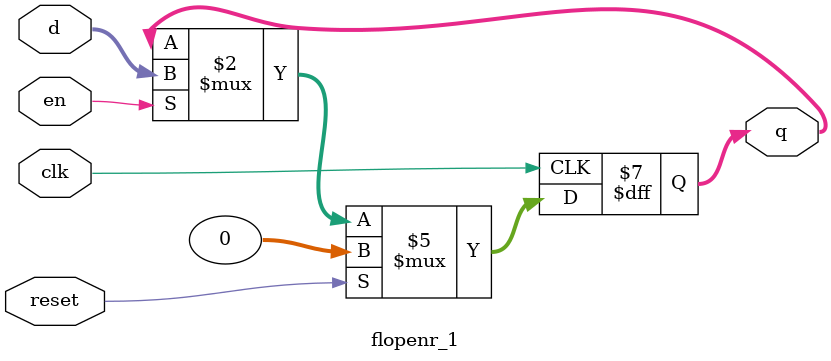
<source format=v>
module flopenr_1 #(parameter WIDTH =32)
    (input clk,reset,en,
     input [WIDTH-1:0] d,
     output reg [WIDTH-1:0] q);
    always @(posedge clk)
        if(reset)
            q<=0;
        else
            if(en)
                q<=d;
endmodule
</source>
